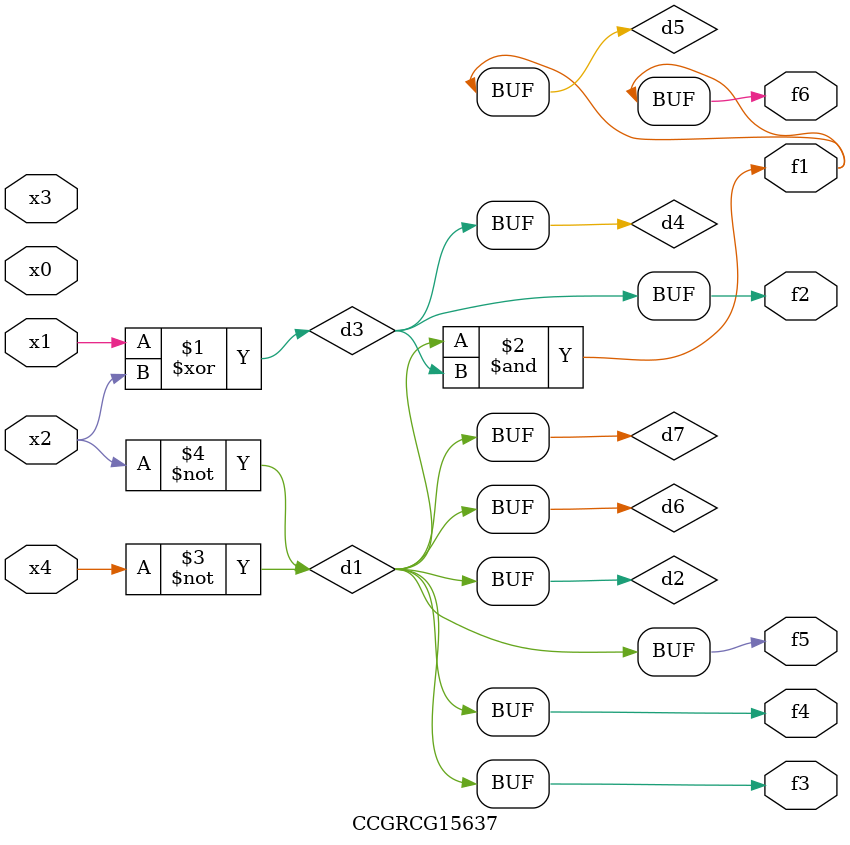
<source format=v>
module CCGRCG15637(
	input x0, x1, x2, x3, x4,
	output f1, f2, f3, f4, f5, f6
);

	wire d1, d2, d3, d4, d5, d6, d7;

	not (d1, x4);
	not (d2, x2);
	xor (d3, x1, x2);
	buf (d4, d3);
	and (d5, d1, d3);
	buf (d6, d1, d2);
	buf (d7, d2);
	assign f1 = d5;
	assign f2 = d4;
	assign f3 = d7;
	assign f4 = d7;
	assign f5 = d7;
	assign f6 = d5;
endmodule

</source>
